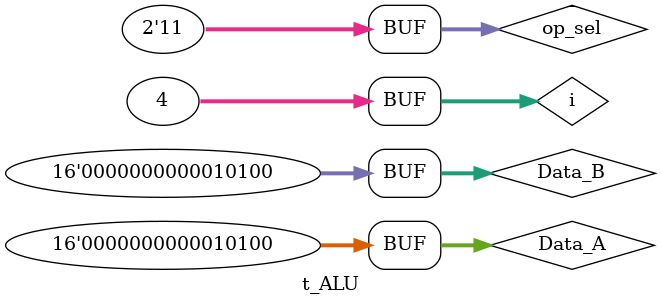
<source format=v>
`timescale 1ns / 1ps

module t_ALU;

	// Inputs
	reg [15:0] Data_A;
	reg [15:0] Data_B;
	reg [1:0] op_sel;

	// Outputs
	wire [15:0] ALU_out;
	wire Zero;

	integer i;
	
	// Instantiate the Unit Under Test (UUT)
	ALU uut (
		.ALU_out(ALU_out), 
		.Zero(Zero), 
		.Data_A(Data_A), 
		.Data_B(Data_B), 
		.op_sel(op_sel)
	);

	initial begin
		// Initialize Inputs
		Data_A = 20;
		Data_B = 20;
		op_sel = 0;
		
		for ( i=0;i<4;i=i+1 ) begin	
			#10 op_sel= i;
		end

		// Wait 100 ns for global reset to finish
		#100;

	end
      
endmodule


</source>
